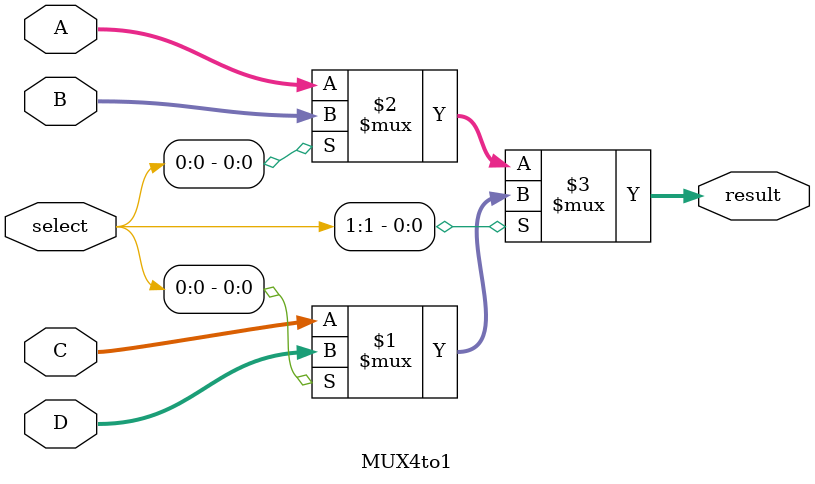
<source format=sv>
`timescale 1ns / 1ps


module MUX4to1(
    input [31:0]A,
    input [31:0]B,
    input [31:0]C,
    input [31:0]D,
    input [1:0]select,
    output [31:0]result
    );
    assign result = select[1] ? (select[0] ? D : C) : (select[0] ? B : A);
endmodule

</source>
